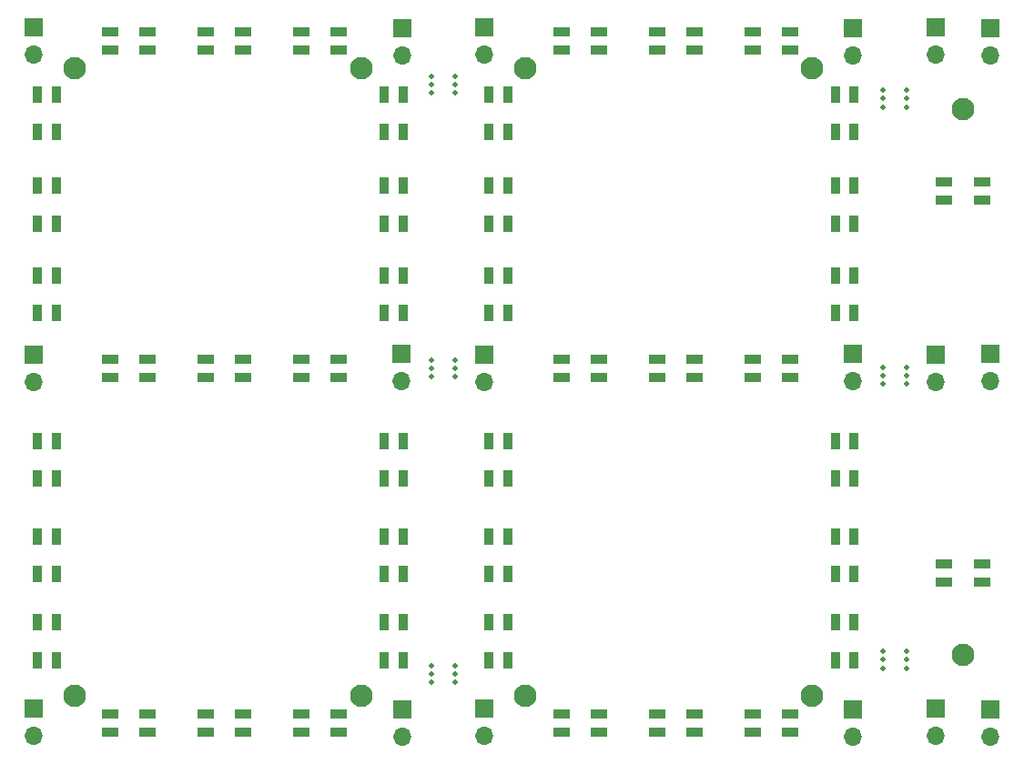
<source format=gbr>
%TF.GenerationSoftware,KiCad,Pcbnew,(5.1.9)-1*%
%TF.CreationDate,2021-05-05T18:50:43+10:00*%
%TF.ProjectId,panel,70616e65-6c2e-46b6-9963-61645f706362,rev?*%
%TF.SameCoordinates,Original*%
%TF.FileFunction,Soldermask,Top*%
%TF.FilePolarity,Negative*%
%FSLAX46Y46*%
G04 Gerber Fmt 4.6, Leading zero omitted, Abs format (unit mm)*
G04 Created by KiCad (PCBNEW (5.1.9)-1) date 2021-05-05 18:50:43*
%MOMM*%
%LPD*%
G01*
G04 APERTURE LIST*
%ADD10C,0.500000*%
%ADD11R,0.850000X1.600000*%
%ADD12O,1.700000X1.700000*%
%ADD13R,1.700000X1.700000*%
%ADD14R,1.600000X0.850000*%
%ADD15C,2.100000*%
G04 APERTURE END LIST*
D10*
%TO.C,mouse-bite-2.54mm-slot*%
X103055600Y-52819400D03*
X103055600Y-54419400D03*
X100855600Y-54419400D03*
X100855600Y-52819400D03*
X103055600Y-53619400D03*
X100855600Y-53619400D03*
%TD*%
%TO.C,mouse-bite-2.54mm-slot*%
X103055600Y-78625800D03*
X103055600Y-80225800D03*
X100855600Y-80225800D03*
X100855600Y-78625800D03*
X103055600Y-79425800D03*
X100855600Y-79425800D03*
%TD*%
%TO.C,mouse-bite-2.54mm-slot*%
X103055600Y-105067200D03*
X103055600Y-106667200D03*
X100855600Y-106667200D03*
X100855600Y-105067200D03*
X103055600Y-105867200D03*
X100855600Y-105867200D03*
%TD*%
%TO.C,mouse-bite-2.54mm-slot*%
X61044000Y-77940000D03*
X61044000Y-79540000D03*
X58844000Y-79540000D03*
X58844000Y-77940000D03*
X61044000Y-78740000D03*
X58844000Y-78740000D03*
%TD*%
%TO.C,mouse-bite-2.54mm-slot*%
X61044000Y-51524000D03*
X61044000Y-53124000D03*
X58844000Y-53124000D03*
X58844000Y-51524000D03*
X61044000Y-52324000D03*
X58844000Y-52324000D03*
%TD*%
%TO.C,mouse-bite-2.54mm-slot*%
X61044000Y-106388000D03*
X61044000Y-107988000D03*
X58844000Y-107988000D03*
X58844000Y-106388000D03*
X61044000Y-107188000D03*
X58844000Y-107188000D03*
%TD*%
D11*
%TO.C,D5*%
X54469000Y-56755000D03*
X56219000Y-56755000D03*
X54469000Y-53255000D03*
X56219000Y-53255000D03*
%TD*%
D12*
%TO.C,J9*%
X56134000Y-113030000D03*
D13*
X56134000Y-110490000D03*
%TD*%
D11*
%TO.C,D20*%
X56219000Y-102390000D03*
X54469000Y-102390000D03*
X56219000Y-105890000D03*
X54469000Y-105890000D03*
%TD*%
%TO.C,D17*%
X22239000Y-97875000D03*
X23989000Y-97875000D03*
X22239000Y-94375000D03*
X23989000Y-94375000D03*
%TD*%
D14*
%TO.C,D21*%
X32484000Y-112635000D03*
X32484000Y-110885000D03*
X28984000Y-112635000D03*
X28984000Y-110885000D03*
%TD*%
D15*
%TO.C,H3*%
X25654000Y-50800000D03*
%TD*%
D12*
%TO.C,J5*%
X56084000Y-79960000D03*
D13*
X56084000Y-77420000D03*
%TD*%
D15*
%TO.C,H6*%
X52324000Y-109220000D03*
%TD*%
D12*
%TO.C,J8*%
X21844000Y-80010000D03*
D13*
X21844000Y-77470000D03*
%TD*%
D11*
%TO.C,D6*%
X23989000Y-61750000D03*
X22239000Y-61750000D03*
X23989000Y-65250000D03*
X22239000Y-65250000D03*
%TD*%
%TO.C,D7*%
X54469000Y-65250000D03*
X56219000Y-65250000D03*
X54469000Y-61750000D03*
X56219000Y-61750000D03*
%TD*%
D15*
%TO.C,H4*%
X25654000Y-109220000D03*
%TD*%
D12*
%TO.C,J12*%
X21844000Y-112980000D03*
D13*
X21844000Y-110440000D03*
%TD*%
D15*
%TO.C,H5*%
X52324000Y-50800000D03*
%TD*%
D11*
%TO.C,D18*%
X56219000Y-94375000D03*
X54469000Y-94375000D03*
X56219000Y-97875000D03*
X54469000Y-97875000D03*
%TD*%
D14*
%TO.C,D22*%
X41374000Y-112635000D03*
X41374000Y-110885000D03*
X37874000Y-112635000D03*
X37874000Y-110885000D03*
%TD*%
D11*
%TO.C,D15*%
X56219000Y-85485000D03*
X54469000Y-85485000D03*
X56219000Y-88985000D03*
X54469000Y-88985000D03*
%TD*%
D14*
%TO.C,D1*%
X32484000Y-49135000D03*
X32484000Y-47385000D03*
X28984000Y-49135000D03*
X28984000Y-47385000D03*
%TD*%
D12*
%TO.C,J3*%
X56134000Y-49580000D03*
D13*
X56134000Y-47040000D03*
%TD*%
D14*
%TO.C,D13*%
X46764000Y-77865000D03*
X46764000Y-79615000D03*
X50264000Y-77865000D03*
X50264000Y-79615000D03*
%TD*%
D11*
%TO.C,D19*%
X22239000Y-105890000D03*
X23989000Y-105890000D03*
X22239000Y-102390000D03*
X23989000Y-102390000D03*
%TD*%
%TO.C,D9*%
X23989000Y-70072000D03*
X22239000Y-70072000D03*
X23989000Y-73572000D03*
X22239000Y-73572000D03*
%TD*%
%TO.C,D10*%
X54469000Y-73572000D03*
X56219000Y-73572000D03*
X54469000Y-70072000D03*
X56219000Y-70072000D03*
%TD*%
D14*
%TO.C,D11*%
X28984000Y-77865000D03*
X28984000Y-79615000D03*
X32484000Y-77865000D03*
X32484000Y-79615000D03*
%TD*%
%TO.C,D3*%
X50264000Y-49135000D03*
X50264000Y-47385000D03*
X46764000Y-49135000D03*
X46764000Y-47385000D03*
%TD*%
D12*
%TO.C,J2*%
X21844000Y-49530000D03*
D13*
X21844000Y-46990000D03*
%TD*%
D11*
%TO.C,D4*%
X23989000Y-53255000D03*
X22239000Y-53255000D03*
X23989000Y-56755000D03*
X22239000Y-56755000D03*
%TD*%
%TO.C,D14*%
X22239000Y-88985000D03*
X23989000Y-88985000D03*
X22239000Y-85485000D03*
X23989000Y-85485000D03*
%TD*%
D14*
%TO.C,D2*%
X41374000Y-49135000D03*
X41374000Y-47385000D03*
X37874000Y-49135000D03*
X37874000Y-47385000D03*
%TD*%
%TO.C,D23*%
X50264000Y-112635000D03*
X50264000Y-110885000D03*
X46764000Y-112635000D03*
X46764000Y-110885000D03*
%TD*%
%TO.C,D12*%
X37874000Y-77865000D03*
X37874000Y-79615000D03*
X41374000Y-77865000D03*
X41374000Y-79615000D03*
%TD*%
D15*
%TO.C,H2*%
X108305600Y-54610000D03*
%TD*%
%TO.C,H4*%
X67614800Y-109220000D03*
%TD*%
%TO.C,H5*%
X94284800Y-50800000D03*
%TD*%
%TO.C,H1*%
X108305600Y-105410000D03*
%TD*%
D13*
%TO.C,J7*%
X110845600Y-77420000D03*
D12*
X110845600Y-79960000D03*
%TD*%
D15*
%TO.C,H3*%
X67614800Y-50800000D03*
%TD*%
D13*
%TO.C,J10*%
X110845600Y-110490000D03*
D12*
X110845600Y-113030000D03*
%TD*%
D13*
%TO.C,J11*%
X105765600Y-110440000D03*
D12*
X105765600Y-112980000D03*
%TD*%
D13*
%TO.C,J12*%
X63804800Y-110440000D03*
D12*
X63804800Y-112980000D03*
%TD*%
D13*
%TO.C,J5*%
X98044800Y-77420000D03*
D12*
X98044800Y-79960000D03*
%TD*%
D13*
%TO.C,J6*%
X105765600Y-77470000D03*
D12*
X105765600Y-80010000D03*
%TD*%
D15*
%TO.C,H6*%
X94284800Y-109220000D03*
%TD*%
D13*
%TO.C,J8*%
X63804800Y-77470000D03*
D12*
X63804800Y-80010000D03*
%TD*%
D11*
%TO.C,D6*%
X64199800Y-65250000D03*
X65949800Y-65250000D03*
X64199800Y-61750000D03*
X65949800Y-61750000D03*
%TD*%
%TO.C,D7*%
X98179800Y-61750000D03*
X96429800Y-61750000D03*
X98179800Y-65250000D03*
X96429800Y-65250000D03*
%TD*%
%TO.C,D18*%
X96429800Y-97875000D03*
X98179800Y-97875000D03*
X96429800Y-94375000D03*
X98179800Y-94375000D03*
%TD*%
D13*
%TO.C,J1*%
X105765600Y-46990000D03*
D12*
X105765600Y-49530000D03*
%TD*%
D14*
%TO.C,D8*%
X106555600Y-61355000D03*
X106555600Y-63105000D03*
X110055600Y-61355000D03*
X110055600Y-63105000D03*
%TD*%
%TO.C,D11*%
X74444800Y-79615000D03*
X74444800Y-77865000D03*
X70944800Y-79615000D03*
X70944800Y-77865000D03*
%TD*%
%TO.C,D12*%
X83334800Y-79615000D03*
X83334800Y-77865000D03*
X79834800Y-79615000D03*
X79834800Y-77865000D03*
%TD*%
%TO.C,D13*%
X92224800Y-79615000D03*
X92224800Y-77865000D03*
X88724800Y-79615000D03*
X88724800Y-77865000D03*
%TD*%
%TO.C,D3*%
X88724800Y-47385000D03*
X88724800Y-49135000D03*
X92224800Y-47385000D03*
X92224800Y-49135000D03*
%TD*%
%TO.C,D22*%
X79834800Y-110885000D03*
X79834800Y-112635000D03*
X83334800Y-110885000D03*
X83334800Y-112635000D03*
%TD*%
%TO.C,D23*%
X88724800Y-110885000D03*
X88724800Y-112635000D03*
X92224800Y-110885000D03*
X92224800Y-112635000D03*
%TD*%
D11*
%TO.C,D14*%
X65949800Y-85485000D03*
X64199800Y-85485000D03*
X65949800Y-88985000D03*
X64199800Y-88985000D03*
%TD*%
D13*
%TO.C,J4*%
X110845600Y-47040000D03*
D12*
X110845600Y-49580000D03*
%TD*%
D11*
%TO.C,D15*%
X96429800Y-88985000D03*
X98179800Y-88985000D03*
X96429800Y-85485000D03*
X98179800Y-85485000D03*
%TD*%
%TO.C,D19*%
X65949800Y-102390000D03*
X64199800Y-102390000D03*
X65949800Y-105890000D03*
X64199800Y-105890000D03*
%TD*%
D13*
%TO.C,J2*%
X63804800Y-46990000D03*
D12*
X63804800Y-49530000D03*
%TD*%
D13*
%TO.C,J3*%
X98094800Y-47040000D03*
D12*
X98094800Y-49580000D03*
%TD*%
D11*
%TO.C,D4*%
X64199800Y-56755000D03*
X65949800Y-56755000D03*
X64199800Y-53255000D03*
X65949800Y-53255000D03*
%TD*%
D14*
%TO.C,D2*%
X79834800Y-47385000D03*
X79834800Y-49135000D03*
X83334800Y-47385000D03*
X83334800Y-49135000D03*
%TD*%
%TO.C,D16*%
X106555600Y-96915000D03*
X106555600Y-98665000D03*
X110055600Y-96915000D03*
X110055600Y-98665000D03*
%TD*%
D11*
%TO.C,D9*%
X64199800Y-73572000D03*
X65949800Y-73572000D03*
X64199800Y-70072000D03*
X65949800Y-70072000D03*
%TD*%
D14*
%TO.C,D1*%
X70944800Y-47385000D03*
X70944800Y-49135000D03*
X74444800Y-47385000D03*
X74444800Y-49135000D03*
%TD*%
D11*
%TO.C,D10*%
X98179800Y-70072000D03*
X96429800Y-70072000D03*
X98179800Y-73572000D03*
X96429800Y-73572000D03*
%TD*%
D13*
%TO.C,J9*%
X98094800Y-110490000D03*
D12*
X98094800Y-113030000D03*
%TD*%
D11*
%TO.C,D5*%
X98179800Y-53255000D03*
X96429800Y-53255000D03*
X98179800Y-56755000D03*
X96429800Y-56755000D03*
%TD*%
%TO.C,D20*%
X96429800Y-105890000D03*
X98179800Y-105890000D03*
X96429800Y-102390000D03*
X98179800Y-102390000D03*
%TD*%
%TO.C,D17*%
X65949800Y-94375000D03*
X64199800Y-94375000D03*
X65949800Y-97875000D03*
X64199800Y-97875000D03*
%TD*%
D14*
%TO.C,D21*%
X70944800Y-110885000D03*
X70944800Y-112635000D03*
X74444800Y-110885000D03*
X74444800Y-112635000D03*
%TD*%
M02*

</source>
